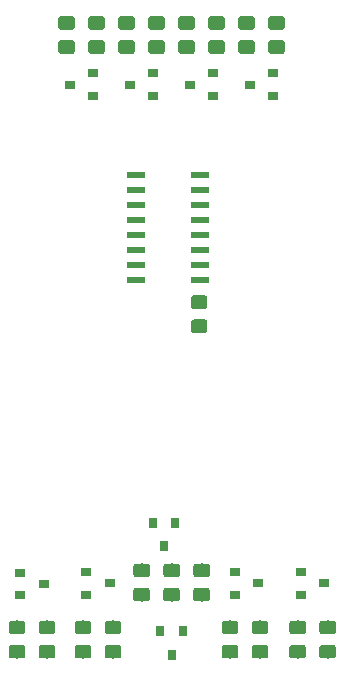
<source format=gbr>
G04 #@! TF.GenerationSoftware,KiCad,Pcbnew,(5.1.0)-1*
G04 #@! TF.CreationDate,2020-01-26T20:33:10+01:00*
G04 #@! TF.ProjectId,Huge7SegDisplay,48756765-3753-4656-9744-6973706c6179,rev?*
G04 #@! TF.SameCoordinates,Original*
G04 #@! TF.FileFunction,Paste,Bot*
G04 #@! TF.FilePolarity,Positive*
%FSLAX46Y46*%
G04 Gerber Fmt 4.6, Leading zero omitted, Abs format (unit mm)*
G04 Created by KiCad (PCBNEW (5.1.0)-1) date 2020-01-26 20:33:10*
%MOMM*%
%LPD*%
G04 APERTURE LIST*
%ADD10C,0.100000*%
%ADD11C,1.150000*%
%ADD12R,1.500000X0.600000*%
%ADD13R,0.900000X0.800000*%
%ADD14R,0.800000X0.900000*%
G04 APERTURE END LIST*
D10*
G36*
X98264505Y-69766204D02*
G01*
X98288773Y-69769804D01*
X98312572Y-69775765D01*
X98335671Y-69784030D01*
X98357850Y-69794520D01*
X98378893Y-69807132D01*
X98398599Y-69821747D01*
X98416777Y-69838223D01*
X98433253Y-69856401D01*
X98447868Y-69876107D01*
X98460480Y-69897150D01*
X98470970Y-69919329D01*
X98479235Y-69942428D01*
X98485196Y-69966227D01*
X98488796Y-69990495D01*
X98490000Y-70014999D01*
X98490000Y-70665001D01*
X98488796Y-70689505D01*
X98485196Y-70713773D01*
X98479235Y-70737572D01*
X98470970Y-70760671D01*
X98460480Y-70782850D01*
X98447868Y-70803893D01*
X98433253Y-70823599D01*
X98416777Y-70841777D01*
X98398599Y-70858253D01*
X98378893Y-70872868D01*
X98357850Y-70885480D01*
X98335671Y-70895970D01*
X98312572Y-70904235D01*
X98288773Y-70910196D01*
X98264505Y-70913796D01*
X98240001Y-70915000D01*
X97339999Y-70915000D01*
X97315495Y-70913796D01*
X97291227Y-70910196D01*
X97267428Y-70904235D01*
X97244329Y-70895970D01*
X97222150Y-70885480D01*
X97201107Y-70872868D01*
X97181401Y-70858253D01*
X97163223Y-70841777D01*
X97146747Y-70823599D01*
X97132132Y-70803893D01*
X97119520Y-70782850D01*
X97109030Y-70760671D01*
X97100765Y-70737572D01*
X97094804Y-70713773D01*
X97091204Y-70689505D01*
X97090000Y-70665001D01*
X97090000Y-70014999D01*
X97091204Y-69990495D01*
X97094804Y-69966227D01*
X97100765Y-69942428D01*
X97109030Y-69919329D01*
X97119520Y-69897150D01*
X97132132Y-69876107D01*
X97146747Y-69856401D01*
X97163223Y-69838223D01*
X97181401Y-69821747D01*
X97201107Y-69807132D01*
X97222150Y-69794520D01*
X97244329Y-69784030D01*
X97267428Y-69775765D01*
X97291227Y-69769804D01*
X97315495Y-69766204D01*
X97339999Y-69765000D01*
X98240001Y-69765000D01*
X98264505Y-69766204D01*
X98264505Y-69766204D01*
G37*
D11*
X97790000Y-70340000D03*
D10*
G36*
X98264505Y-71816204D02*
G01*
X98288773Y-71819804D01*
X98312572Y-71825765D01*
X98335671Y-71834030D01*
X98357850Y-71844520D01*
X98378893Y-71857132D01*
X98398599Y-71871747D01*
X98416777Y-71888223D01*
X98433253Y-71906401D01*
X98447868Y-71926107D01*
X98460480Y-71947150D01*
X98470970Y-71969329D01*
X98479235Y-71992428D01*
X98485196Y-72016227D01*
X98488796Y-72040495D01*
X98490000Y-72064999D01*
X98490000Y-72715001D01*
X98488796Y-72739505D01*
X98485196Y-72763773D01*
X98479235Y-72787572D01*
X98470970Y-72810671D01*
X98460480Y-72832850D01*
X98447868Y-72853893D01*
X98433253Y-72873599D01*
X98416777Y-72891777D01*
X98398599Y-72908253D01*
X98378893Y-72922868D01*
X98357850Y-72935480D01*
X98335671Y-72945970D01*
X98312572Y-72954235D01*
X98288773Y-72960196D01*
X98264505Y-72963796D01*
X98240001Y-72965000D01*
X97339999Y-72965000D01*
X97315495Y-72963796D01*
X97291227Y-72960196D01*
X97267428Y-72954235D01*
X97244329Y-72945970D01*
X97222150Y-72935480D01*
X97201107Y-72922868D01*
X97181401Y-72908253D01*
X97163223Y-72891777D01*
X97146747Y-72873599D01*
X97132132Y-72853893D01*
X97119520Y-72832850D01*
X97109030Y-72810671D01*
X97100765Y-72787572D01*
X97094804Y-72763773D01*
X97091204Y-72739505D01*
X97090000Y-72715001D01*
X97090000Y-72064999D01*
X97091204Y-72040495D01*
X97094804Y-72016227D01*
X97100765Y-71992428D01*
X97109030Y-71969329D01*
X97119520Y-71947150D01*
X97132132Y-71926107D01*
X97146747Y-71906401D01*
X97163223Y-71888223D01*
X97181401Y-71871747D01*
X97201107Y-71857132D01*
X97222150Y-71844520D01*
X97244329Y-71834030D01*
X97267428Y-71825765D01*
X97291227Y-71819804D01*
X97315495Y-71816204D01*
X97339999Y-71815000D01*
X98240001Y-71815000D01*
X98264505Y-71816204D01*
X98264505Y-71816204D01*
G37*
D11*
X97790000Y-72390000D03*
D12*
X103970000Y-92075000D03*
X103970000Y-90805000D03*
X103970000Y-89535000D03*
X103970000Y-88265000D03*
X103970000Y-86995000D03*
X103970000Y-85725000D03*
X103970000Y-84455000D03*
X103970000Y-83185000D03*
X98570000Y-83185000D03*
X98570000Y-84455000D03*
X98570000Y-85725000D03*
X98570000Y-86995000D03*
X98570000Y-88265000D03*
X98570000Y-89535000D03*
X98570000Y-90805000D03*
X98570000Y-92075000D03*
D10*
G36*
X115282505Y-123006204D02*
G01*
X115306773Y-123009804D01*
X115330572Y-123015765D01*
X115353671Y-123024030D01*
X115375850Y-123034520D01*
X115396893Y-123047132D01*
X115416599Y-123061747D01*
X115434777Y-123078223D01*
X115451253Y-123096401D01*
X115465868Y-123116107D01*
X115478480Y-123137150D01*
X115488970Y-123159329D01*
X115497235Y-123182428D01*
X115503196Y-123206227D01*
X115506796Y-123230495D01*
X115508000Y-123254999D01*
X115508000Y-123905001D01*
X115506796Y-123929505D01*
X115503196Y-123953773D01*
X115497235Y-123977572D01*
X115488970Y-124000671D01*
X115478480Y-124022850D01*
X115465868Y-124043893D01*
X115451253Y-124063599D01*
X115434777Y-124081777D01*
X115416599Y-124098253D01*
X115396893Y-124112868D01*
X115375850Y-124125480D01*
X115353671Y-124135970D01*
X115330572Y-124144235D01*
X115306773Y-124150196D01*
X115282505Y-124153796D01*
X115258001Y-124155000D01*
X114357999Y-124155000D01*
X114333495Y-124153796D01*
X114309227Y-124150196D01*
X114285428Y-124144235D01*
X114262329Y-124135970D01*
X114240150Y-124125480D01*
X114219107Y-124112868D01*
X114199401Y-124098253D01*
X114181223Y-124081777D01*
X114164747Y-124063599D01*
X114150132Y-124043893D01*
X114137520Y-124022850D01*
X114127030Y-124000671D01*
X114118765Y-123977572D01*
X114112804Y-123953773D01*
X114109204Y-123929505D01*
X114108000Y-123905001D01*
X114108000Y-123254999D01*
X114109204Y-123230495D01*
X114112804Y-123206227D01*
X114118765Y-123182428D01*
X114127030Y-123159329D01*
X114137520Y-123137150D01*
X114150132Y-123116107D01*
X114164747Y-123096401D01*
X114181223Y-123078223D01*
X114199401Y-123061747D01*
X114219107Y-123047132D01*
X114240150Y-123034520D01*
X114262329Y-123024030D01*
X114285428Y-123015765D01*
X114309227Y-123009804D01*
X114333495Y-123006204D01*
X114357999Y-123005000D01*
X115258001Y-123005000D01*
X115282505Y-123006204D01*
X115282505Y-123006204D01*
G37*
D11*
X114808000Y-123580000D03*
D10*
G36*
X115282505Y-120956204D02*
G01*
X115306773Y-120959804D01*
X115330572Y-120965765D01*
X115353671Y-120974030D01*
X115375850Y-120984520D01*
X115396893Y-120997132D01*
X115416599Y-121011747D01*
X115434777Y-121028223D01*
X115451253Y-121046401D01*
X115465868Y-121066107D01*
X115478480Y-121087150D01*
X115488970Y-121109329D01*
X115497235Y-121132428D01*
X115503196Y-121156227D01*
X115506796Y-121180495D01*
X115508000Y-121204999D01*
X115508000Y-121855001D01*
X115506796Y-121879505D01*
X115503196Y-121903773D01*
X115497235Y-121927572D01*
X115488970Y-121950671D01*
X115478480Y-121972850D01*
X115465868Y-121993893D01*
X115451253Y-122013599D01*
X115434777Y-122031777D01*
X115416599Y-122048253D01*
X115396893Y-122062868D01*
X115375850Y-122075480D01*
X115353671Y-122085970D01*
X115330572Y-122094235D01*
X115306773Y-122100196D01*
X115282505Y-122103796D01*
X115258001Y-122105000D01*
X114357999Y-122105000D01*
X114333495Y-122103796D01*
X114309227Y-122100196D01*
X114285428Y-122094235D01*
X114262329Y-122085970D01*
X114240150Y-122075480D01*
X114219107Y-122062868D01*
X114199401Y-122048253D01*
X114181223Y-122031777D01*
X114164747Y-122013599D01*
X114150132Y-121993893D01*
X114137520Y-121972850D01*
X114127030Y-121950671D01*
X114118765Y-121927572D01*
X114112804Y-121903773D01*
X114109204Y-121879505D01*
X114108000Y-121855001D01*
X114108000Y-121204999D01*
X114109204Y-121180495D01*
X114112804Y-121156227D01*
X114118765Y-121132428D01*
X114127030Y-121109329D01*
X114137520Y-121087150D01*
X114150132Y-121066107D01*
X114164747Y-121046401D01*
X114181223Y-121028223D01*
X114199401Y-121011747D01*
X114219107Y-120997132D01*
X114240150Y-120984520D01*
X114262329Y-120974030D01*
X114285428Y-120965765D01*
X114309227Y-120959804D01*
X114333495Y-120956204D01*
X114357999Y-120955000D01*
X115258001Y-120955000D01*
X115282505Y-120956204D01*
X115282505Y-120956204D01*
G37*
D11*
X114808000Y-121530000D03*
D10*
G36*
X93184505Y-69766204D02*
G01*
X93208773Y-69769804D01*
X93232572Y-69775765D01*
X93255671Y-69784030D01*
X93277850Y-69794520D01*
X93298893Y-69807132D01*
X93318599Y-69821747D01*
X93336777Y-69838223D01*
X93353253Y-69856401D01*
X93367868Y-69876107D01*
X93380480Y-69897150D01*
X93390970Y-69919329D01*
X93399235Y-69942428D01*
X93405196Y-69966227D01*
X93408796Y-69990495D01*
X93410000Y-70014999D01*
X93410000Y-70665001D01*
X93408796Y-70689505D01*
X93405196Y-70713773D01*
X93399235Y-70737572D01*
X93390970Y-70760671D01*
X93380480Y-70782850D01*
X93367868Y-70803893D01*
X93353253Y-70823599D01*
X93336777Y-70841777D01*
X93318599Y-70858253D01*
X93298893Y-70872868D01*
X93277850Y-70885480D01*
X93255671Y-70895970D01*
X93232572Y-70904235D01*
X93208773Y-70910196D01*
X93184505Y-70913796D01*
X93160001Y-70915000D01*
X92259999Y-70915000D01*
X92235495Y-70913796D01*
X92211227Y-70910196D01*
X92187428Y-70904235D01*
X92164329Y-70895970D01*
X92142150Y-70885480D01*
X92121107Y-70872868D01*
X92101401Y-70858253D01*
X92083223Y-70841777D01*
X92066747Y-70823599D01*
X92052132Y-70803893D01*
X92039520Y-70782850D01*
X92029030Y-70760671D01*
X92020765Y-70737572D01*
X92014804Y-70713773D01*
X92011204Y-70689505D01*
X92010000Y-70665001D01*
X92010000Y-70014999D01*
X92011204Y-69990495D01*
X92014804Y-69966227D01*
X92020765Y-69942428D01*
X92029030Y-69919329D01*
X92039520Y-69897150D01*
X92052132Y-69876107D01*
X92066747Y-69856401D01*
X92083223Y-69838223D01*
X92101401Y-69821747D01*
X92121107Y-69807132D01*
X92142150Y-69794520D01*
X92164329Y-69784030D01*
X92187428Y-69775765D01*
X92211227Y-69769804D01*
X92235495Y-69766204D01*
X92259999Y-69765000D01*
X93160001Y-69765000D01*
X93184505Y-69766204D01*
X93184505Y-69766204D01*
G37*
D11*
X92710000Y-70340000D03*
D10*
G36*
X93184505Y-71816204D02*
G01*
X93208773Y-71819804D01*
X93232572Y-71825765D01*
X93255671Y-71834030D01*
X93277850Y-71844520D01*
X93298893Y-71857132D01*
X93318599Y-71871747D01*
X93336777Y-71888223D01*
X93353253Y-71906401D01*
X93367868Y-71926107D01*
X93380480Y-71947150D01*
X93390970Y-71969329D01*
X93399235Y-71992428D01*
X93405196Y-72016227D01*
X93408796Y-72040495D01*
X93410000Y-72064999D01*
X93410000Y-72715001D01*
X93408796Y-72739505D01*
X93405196Y-72763773D01*
X93399235Y-72787572D01*
X93390970Y-72810671D01*
X93380480Y-72832850D01*
X93367868Y-72853893D01*
X93353253Y-72873599D01*
X93336777Y-72891777D01*
X93318599Y-72908253D01*
X93298893Y-72922868D01*
X93277850Y-72935480D01*
X93255671Y-72945970D01*
X93232572Y-72954235D01*
X93208773Y-72960196D01*
X93184505Y-72963796D01*
X93160001Y-72965000D01*
X92259999Y-72965000D01*
X92235495Y-72963796D01*
X92211227Y-72960196D01*
X92187428Y-72954235D01*
X92164329Y-72945970D01*
X92142150Y-72935480D01*
X92121107Y-72922868D01*
X92101401Y-72908253D01*
X92083223Y-72891777D01*
X92066747Y-72873599D01*
X92052132Y-72853893D01*
X92039520Y-72832850D01*
X92029030Y-72810671D01*
X92020765Y-72787572D01*
X92014804Y-72763773D01*
X92011204Y-72739505D01*
X92010000Y-72715001D01*
X92010000Y-72064999D01*
X92011204Y-72040495D01*
X92014804Y-72016227D01*
X92020765Y-71992428D01*
X92029030Y-71969329D01*
X92039520Y-71947150D01*
X92052132Y-71926107D01*
X92066747Y-71906401D01*
X92083223Y-71888223D01*
X92101401Y-71871747D01*
X92121107Y-71857132D01*
X92142150Y-71844520D01*
X92164329Y-71834030D01*
X92187428Y-71825765D01*
X92211227Y-71819804D01*
X92235495Y-71816204D01*
X92259999Y-71815000D01*
X93160001Y-71815000D01*
X93184505Y-71816204D01*
X93184505Y-71816204D01*
G37*
D11*
X92710000Y-72390000D03*
D10*
G36*
X91533505Y-123006204D02*
G01*
X91557773Y-123009804D01*
X91581572Y-123015765D01*
X91604671Y-123024030D01*
X91626850Y-123034520D01*
X91647893Y-123047132D01*
X91667599Y-123061747D01*
X91685777Y-123078223D01*
X91702253Y-123096401D01*
X91716868Y-123116107D01*
X91729480Y-123137150D01*
X91739970Y-123159329D01*
X91748235Y-123182428D01*
X91754196Y-123206227D01*
X91757796Y-123230495D01*
X91759000Y-123254999D01*
X91759000Y-123905001D01*
X91757796Y-123929505D01*
X91754196Y-123953773D01*
X91748235Y-123977572D01*
X91739970Y-124000671D01*
X91729480Y-124022850D01*
X91716868Y-124043893D01*
X91702253Y-124063599D01*
X91685777Y-124081777D01*
X91667599Y-124098253D01*
X91647893Y-124112868D01*
X91626850Y-124125480D01*
X91604671Y-124135970D01*
X91581572Y-124144235D01*
X91557773Y-124150196D01*
X91533505Y-124153796D01*
X91509001Y-124155000D01*
X90608999Y-124155000D01*
X90584495Y-124153796D01*
X90560227Y-124150196D01*
X90536428Y-124144235D01*
X90513329Y-124135970D01*
X90491150Y-124125480D01*
X90470107Y-124112868D01*
X90450401Y-124098253D01*
X90432223Y-124081777D01*
X90415747Y-124063599D01*
X90401132Y-124043893D01*
X90388520Y-124022850D01*
X90378030Y-124000671D01*
X90369765Y-123977572D01*
X90363804Y-123953773D01*
X90360204Y-123929505D01*
X90359000Y-123905001D01*
X90359000Y-123254999D01*
X90360204Y-123230495D01*
X90363804Y-123206227D01*
X90369765Y-123182428D01*
X90378030Y-123159329D01*
X90388520Y-123137150D01*
X90401132Y-123116107D01*
X90415747Y-123096401D01*
X90432223Y-123078223D01*
X90450401Y-123061747D01*
X90470107Y-123047132D01*
X90491150Y-123034520D01*
X90513329Y-123024030D01*
X90536428Y-123015765D01*
X90560227Y-123009804D01*
X90584495Y-123006204D01*
X90608999Y-123005000D01*
X91509001Y-123005000D01*
X91533505Y-123006204D01*
X91533505Y-123006204D01*
G37*
D11*
X91059000Y-123580000D03*
D10*
G36*
X91533505Y-120956204D02*
G01*
X91557773Y-120959804D01*
X91581572Y-120965765D01*
X91604671Y-120974030D01*
X91626850Y-120984520D01*
X91647893Y-120997132D01*
X91667599Y-121011747D01*
X91685777Y-121028223D01*
X91702253Y-121046401D01*
X91716868Y-121066107D01*
X91729480Y-121087150D01*
X91739970Y-121109329D01*
X91748235Y-121132428D01*
X91754196Y-121156227D01*
X91757796Y-121180495D01*
X91759000Y-121204999D01*
X91759000Y-121855001D01*
X91757796Y-121879505D01*
X91754196Y-121903773D01*
X91748235Y-121927572D01*
X91739970Y-121950671D01*
X91729480Y-121972850D01*
X91716868Y-121993893D01*
X91702253Y-122013599D01*
X91685777Y-122031777D01*
X91667599Y-122048253D01*
X91647893Y-122062868D01*
X91626850Y-122075480D01*
X91604671Y-122085970D01*
X91581572Y-122094235D01*
X91557773Y-122100196D01*
X91533505Y-122103796D01*
X91509001Y-122105000D01*
X90608999Y-122105000D01*
X90584495Y-122103796D01*
X90560227Y-122100196D01*
X90536428Y-122094235D01*
X90513329Y-122085970D01*
X90491150Y-122075480D01*
X90470107Y-122062868D01*
X90450401Y-122048253D01*
X90432223Y-122031777D01*
X90415747Y-122013599D01*
X90401132Y-121993893D01*
X90388520Y-121972850D01*
X90378030Y-121950671D01*
X90369765Y-121927572D01*
X90363804Y-121903773D01*
X90360204Y-121879505D01*
X90359000Y-121855001D01*
X90359000Y-121204999D01*
X90360204Y-121180495D01*
X90363804Y-121156227D01*
X90369765Y-121132428D01*
X90378030Y-121109329D01*
X90388520Y-121087150D01*
X90401132Y-121066107D01*
X90415747Y-121046401D01*
X90432223Y-121028223D01*
X90450401Y-121011747D01*
X90470107Y-120997132D01*
X90491150Y-120984520D01*
X90513329Y-120974030D01*
X90536428Y-120965765D01*
X90560227Y-120959804D01*
X90584495Y-120956204D01*
X90608999Y-120955000D01*
X91509001Y-120955000D01*
X91533505Y-120956204D01*
X91533505Y-120956204D01*
G37*
D11*
X91059000Y-121530000D03*
D10*
G36*
X97121505Y-123006204D02*
G01*
X97145773Y-123009804D01*
X97169572Y-123015765D01*
X97192671Y-123024030D01*
X97214850Y-123034520D01*
X97235893Y-123047132D01*
X97255599Y-123061747D01*
X97273777Y-123078223D01*
X97290253Y-123096401D01*
X97304868Y-123116107D01*
X97317480Y-123137150D01*
X97327970Y-123159329D01*
X97336235Y-123182428D01*
X97342196Y-123206227D01*
X97345796Y-123230495D01*
X97347000Y-123254999D01*
X97347000Y-123905001D01*
X97345796Y-123929505D01*
X97342196Y-123953773D01*
X97336235Y-123977572D01*
X97327970Y-124000671D01*
X97317480Y-124022850D01*
X97304868Y-124043893D01*
X97290253Y-124063599D01*
X97273777Y-124081777D01*
X97255599Y-124098253D01*
X97235893Y-124112868D01*
X97214850Y-124125480D01*
X97192671Y-124135970D01*
X97169572Y-124144235D01*
X97145773Y-124150196D01*
X97121505Y-124153796D01*
X97097001Y-124155000D01*
X96196999Y-124155000D01*
X96172495Y-124153796D01*
X96148227Y-124150196D01*
X96124428Y-124144235D01*
X96101329Y-124135970D01*
X96079150Y-124125480D01*
X96058107Y-124112868D01*
X96038401Y-124098253D01*
X96020223Y-124081777D01*
X96003747Y-124063599D01*
X95989132Y-124043893D01*
X95976520Y-124022850D01*
X95966030Y-124000671D01*
X95957765Y-123977572D01*
X95951804Y-123953773D01*
X95948204Y-123929505D01*
X95947000Y-123905001D01*
X95947000Y-123254999D01*
X95948204Y-123230495D01*
X95951804Y-123206227D01*
X95957765Y-123182428D01*
X95966030Y-123159329D01*
X95976520Y-123137150D01*
X95989132Y-123116107D01*
X96003747Y-123096401D01*
X96020223Y-123078223D01*
X96038401Y-123061747D01*
X96058107Y-123047132D01*
X96079150Y-123034520D01*
X96101329Y-123024030D01*
X96124428Y-123015765D01*
X96148227Y-123009804D01*
X96172495Y-123006204D01*
X96196999Y-123005000D01*
X97097001Y-123005000D01*
X97121505Y-123006204D01*
X97121505Y-123006204D01*
G37*
D11*
X96647000Y-123580000D03*
D10*
G36*
X97121505Y-120956204D02*
G01*
X97145773Y-120959804D01*
X97169572Y-120965765D01*
X97192671Y-120974030D01*
X97214850Y-120984520D01*
X97235893Y-120997132D01*
X97255599Y-121011747D01*
X97273777Y-121028223D01*
X97290253Y-121046401D01*
X97304868Y-121066107D01*
X97317480Y-121087150D01*
X97327970Y-121109329D01*
X97336235Y-121132428D01*
X97342196Y-121156227D01*
X97345796Y-121180495D01*
X97347000Y-121204999D01*
X97347000Y-121855001D01*
X97345796Y-121879505D01*
X97342196Y-121903773D01*
X97336235Y-121927572D01*
X97327970Y-121950671D01*
X97317480Y-121972850D01*
X97304868Y-121993893D01*
X97290253Y-122013599D01*
X97273777Y-122031777D01*
X97255599Y-122048253D01*
X97235893Y-122062868D01*
X97214850Y-122075480D01*
X97192671Y-122085970D01*
X97169572Y-122094235D01*
X97145773Y-122100196D01*
X97121505Y-122103796D01*
X97097001Y-122105000D01*
X96196999Y-122105000D01*
X96172495Y-122103796D01*
X96148227Y-122100196D01*
X96124428Y-122094235D01*
X96101329Y-122085970D01*
X96079150Y-122075480D01*
X96058107Y-122062868D01*
X96038401Y-122048253D01*
X96020223Y-122031777D01*
X96003747Y-122013599D01*
X95989132Y-121993893D01*
X95976520Y-121972850D01*
X95966030Y-121950671D01*
X95957765Y-121927572D01*
X95951804Y-121903773D01*
X95948204Y-121879505D01*
X95947000Y-121855001D01*
X95947000Y-121204999D01*
X95948204Y-121180495D01*
X95951804Y-121156227D01*
X95957765Y-121132428D01*
X95966030Y-121109329D01*
X95976520Y-121087150D01*
X95989132Y-121066107D01*
X96003747Y-121046401D01*
X96020223Y-121028223D01*
X96038401Y-121011747D01*
X96058107Y-120997132D01*
X96079150Y-120984520D01*
X96101329Y-120974030D01*
X96124428Y-120965765D01*
X96148227Y-120959804D01*
X96172495Y-120956204D01*
X96196999Y-120955000D01*
X97097001Y-120955000D01*
X97121505Y-120956204D01*
X97121505Y-120956204D01*
G37*
D11*
X96647000Y-121530000D03*
D10*
G36*
X109567505Y-123006204D02*
G01*
X109591773Y-123009804D01*
X109615572Y-123015765D01*
X109638671Y-123024030D01*
X109660850Y-123034520D01*
X109681893Y-123047132D01*
X109701599Y-123061747D01*
X109719777Y-123078223D01*
X109736253Y-123096401D01*
X109750868Y-123116107D01*
X109763480Y-123137150D01*
X109773970Y-123159329D01*
X109782235Y-123182428D01*
X109788196Y-123206227D01*
X109791796Y-123230495D01*
X109793000Y-123254999D01*
X109793000Y-123905001D01*
X109791796Y-123929505D01*
X109788196Y-123953773D01*
X109782235Y-123977572D01*
X109773970Y-124000671D01*
X109763480Y-124022850D01*
X109750868Y-124043893D01*
X109736253Y-124063599D01*
X109719777Y-124081777D01*
X109701599Y-124098253D01*
X109681893Y-124112868D01*
X109660850Y-124125480D01*
X109638671Y-124135970D01*
X109615572Y-124144235D01*
X109591773Y-124150196D01*
X109567505Y-124153796D01*
X109543001Y-124155000D01*
X108642999Y-124155000D01*
X108618495Y-124153796D01*
X108594227Y-124150196D01*
X108570428Y-124144235D01*
X108547329Y-124135970D01*
X108525150Y-124125480D01*
X108504107Y-124112868D01*
X108484401Y-124098253D01*
X108466223Y-124081777D01*
X108449747Y-124063599D01*
X108435132Y-124043893D01*
X108422520Y-124022850D01*
X108412030Y-124000671D01*
X108403765Y-123977572D01*
X108397804Y-123953773D01*
X108394204Y-123929505D01*
X108393000Y-123905001D01*
X108393000Y-123254999D01*
X108394204Y-123230495D01*
X108397804Y-123206227D01*
X108403765Y-123182428D01*
X108412030Y-123159329D01*
X108422520Y-123137150D01*
X108435132Y-123116107D01*
X108449747Y-123096401D01*
X108466223Y-123078223D01*
X108484401Y-123061747D01*
X108504107Y-123047132D01*
X108525150Y-123034520D01*
X108547329Y-123024030D01*
X108570428Y-123015765D01*
X108594227Y-123009804D01*
X108618495Y-123006204D01*
X108642999Y-123005000D01*
X109543001Y-123005000D01*
X109567505Y-123006204D01*
X109567505Y-123006204D01*
G37*
D11*
X109093000Y-123580000D03*
D10*
G36*
X109567505Y-120956204D02*
G01*
X109591773Y-120959804D01*
X109615572Y-120965765D01*
X109638671Y-120974030D01*
X109660850Y-120984520D01*
X109681893Y-120997132D01*
X109701599Y-121011747D01*
X109719777Y-121028223D01*
X109736253Y-121046401D01*
X109750868Y-121066107D01*
X109763480Y-121087150D01*
X109773970Y-121109329D01*
X109782235Y-121132428D01*
X109788196Y-121156227D01*
X109791796Y-121180495D01*
X109793000Y-121204999D01*
X109793000Y-121855001D01*
X109791796Y-121879505D01*
X109788196Y-121903773D01*
X109782235Y-121927572D01*
X109773970Y-121950671D01*
X109763480Y-121972850D01*
X109750868Y-121993893D01*
X109736253Y-122013599D01*
X109719777Y-122031777D01*
X109701599Y-122048253D01*
X109681893Y-122062868D01*
X109660850Y-122075480D01*
X109638671Y-122085970D01*
X109615572Y-122094235D01*
X109591773Y-122100196D01*
X109567505Y-122103796D01*
X109543001Y-122105000D01*
X108642999Y-122105000D01*
X108618495Y-122103796D01*
X108594227Y-122100196D01*
X108570428Y-122094235D01*
X108547329Y-122085970D01*
X108525150Y-122075480D01*
X108504107Y-122062868D01*
X108484401Y-122048253D01*
X108466223Y-122031777D01*
X108449747Y-122013599D01*
X108435132Y-121993893D01*
X108422520Y-121972850D01*
X108412030Y-121950671D01*
X108403765Y-121927572D01*
X108397804Y-121903773D01*
X108394204Y-121879505D01*
X108393000Y-121855001D01*
X108393000Y-121204999D01*
X108394204Y-121180495D01*
X108397804Y-121156227D01*
X108403765Y-121132428D01*
X108412030Y-121109329D01*
X108422520Y-121087150D01*
X108435132Y-121066107D01*
X108449747Y-121046401D01*
X108466223Y-121028223D01*
X108484401Y-121011747D01*
X108504107Y-120997132D01*
X108525150Y-120984520D01*
X108547329Y-120974030D01*
X108570428Y-120965765D01*
X108594227Y-120959804D01*
X108618495Y-120956204D01*
X108642999Y-120955000D01*
X109543001Y-120955000D01*
X109567505Y-120956204D01*
X109567505Y-120956204D01*
G37*
D11*
X109093000Y-121530000D03*
D10*
G36*
X108424505Y-69766204D02*
G01*
X108448773Y-69769804D01*
X108472572Y-69775765D01*
X108495671Y-69784030D01*
X108517850Y-69794520D01*
X108538893Y-69807132D01*
X108558599Y-69821747D01*
X108576777Y-69838223D01*
X108593253Y-69856401D01*
X108607868Y-69876107D01*
X108620480Y-69897150D01*
X108630970Y-69919329D01*
X108639235Y-69942428D01*
X108645196Y-69966227D01*
X108648796Y-69990495D01*
X108650000Y-70014999D01*
X108650000Y-70665001D01*
X108648796Y-70689505D01*
X108645196Y-70713773D01*
X108639235Y-70737572D01*
X108630970Y-70760671D01*
X108620480Y-70782850D01*
X108607868Y-70803893D01*
X108593253Y-70823599D01*
X108576777Y-70841777D01*
X108558599Y-70858253D01*
X108538893Y-70872868D01*
X108517850Y-70885480D01*
X108495671Y-70895970D01*
X108472572Y-70904235D01*
X108448773Y-70910196D01*
X108424505Y-70913796D01*
X108400001Y-70915000D01*
X107499999Y-70915000D01*
X107475495Y-70913796D01*
X107451227Y-70910196D01*
X107427428Y-70904235D01*
X107404329Y-70895970D01*
X107382150Y-70885480D01*
X107361107Y-70872868D01*
X107341401Y-70858253D01*
X107323223Y-70841777D01*
X107306747Y-70823599D01*
X107292132Y-70803893D01*
X107279520Y-70782850D01*
X107269030Y-70760671D01*
X107260765Y-70737572D01*
X107254804Y-70713773D01*
X107251204Y-70689505D01*
X107250000Y-70665001D01*
X107250000Y-70014999D01*
X107251204Y-69990495D01*
X107254804Y-69966227D01*
X107260765Y-69942428D01*
X107269030Y-69919329D01*
X107279520Y-69897150D01*
X107292132Y-69876107D01*
X107306747Y-69856401D01*
X107323223Y-69838223D01*
X107341401Y-69821747D01*
X107361107Y-69807132D01*
X107382150Y-69794520D01*
X107404329Y-69784030D01*
X107427428Y-69775765D01*
X107451227Y-69769804D01*
X107475495Y-69766204D01*
X107499999Y-69765000D01*
X108400001Y-69765000D01*
X108424505Y-69766204D01*
X108424505Y-69766204D01*
G37*
D11*
X107950000Y-70340000D03*
D10*
G36*
X108424505Y-71816204D02*
G01*
X108448773Y-71819804D01*
X108472572Y-71825765D01*
X108495671Y-71834030D01*
X108517850Y-71844520D01*
X108538893Y-71857132D01*
X108558599Y-71871747D01*
X108576777Y-71888223D01*
X108593253Y-71906401D01*
X108607868Y-71926107D01*
X108620480Y-71947150D01*
X108630970Y-71969329D01*
X108639235Y-71992428D01*
X108645196Y-72016227D01*
X108648796Y-72040495D01*
X108650000Y-72064999D01*
X108650000Y-72715001D01*
X108648796Y-72739505D01*
X108645196Y-72763773D01*
X108639235Y-72787572D01*
X108630970Y-72810671D01*
X108620480Y-72832850D01*
X108607868Y-72853893D01*
X108593253Y-72873599D01*
X108576777Y-72891777D01*
X108558599Y-72908253D01*
X108538893Y-72922868D01*
X108517850Y-72935480D01*
X108495671Y-72945970D01*
X108472572Y-72954235D01*
X108448773Y-72960196D01*
X108424505Y-72963796D01*
X108400001Y-72965000D01*
X107499999Y-72965000D01*
X107475495Y-72963796D01*
X107451227Y-72960196D01*
X107427428Y-72954235D01*
X107404329Y-72945970D01*
X107382150Y-72935480D01*
X107361107Y-72922868D01*
X107341401Y-72908253D01*
X107323223Y-72891777D01*
X107306747Y-72873599D01*
X107292132Y-72853893D01*
X107279520Y-72832850D01*
X107269030Y-72810671D01*
X107260765Y-72787572D01*
X107254804Y-72763773D01*
X107251204Y-72739505D01*
X107250000Y-72715001D01*
X107250000Y-72064999D01*
X107251204Y-72040495D01*
X107254804Y-72016227D01*
X107260765Y-71992428D01*
X107269030Y-71969329D01*
X107279520Y-71947150D01*
X107292132Y-71926107D01*
X107306747Y-71906401D01*
X107323223Y-71888223D01*
X107341401Y-71871747D01*
X107361107Y-71857132D01*
X107382150Y-71844520D01*
X107404329Y-71834030D01*
X107427428Y-71825765D01*
X107451227Y-71819804D01*
X107475495Y-71816204D01*
X107499999Y-71815000D01*
X108400001Y-71815000D01*
X108424505Y-71816204D01*
X108424505Y-71816204D01*
G37*
D11*
X107950000Y-72390000D03*
D10*
G36*
X103344505Y-69766204D02*
G01*
X103368773Y-69769804D01*
X103392572Y-69775765D01*
X103415671Y-69784030D01*
X103437850Y-69794520D01*
X103458893Y-69807132D01*
X103478599Y-69821747D01*
X103496777Y-69838223D01*
X103513253Y-69856401D01*
X103527868Y-69876107D01*
X103540480Y-69897150D01*
X103550970Y-69919329D01*
X103559235Y-69942428D01*
X103565196Y-69966227D01*
X103568796Y-69990495D01*
X103570000Y-70014999D01*
X103570000Y-70665001D01*
X103568796Y-70689505D01*
X103565196Y-70713773D01*
X103559235Y-70737572D01*
X103550970Y-70760671D01*
X103540480Y-70782850D01*
X103527868Y-70803893D01*
X103513253Y-70823599D01*
X103496777Y-70841777D01*
X103478599Y-70858253D01*
X103458893Y-70872868D01*
X103437850Y-70885480D01*
X103415671Y-70895970D01*
X103392572Y-70904235D01*
X103368773Y-70910196D01*
X103344505Y-70913796D01*
X103320001Y-70915000D01*
X102419999Y-70915000D01*
X102395495Y-70913796D01*
X102371227Y-70910196D01*
X102347428Y-70904235D01*
X102324329Y-70895970D01*
X102302150Y-70885480D01*
X102281107Y-70872868D01*
X102261401Y-70858253D01*
X102243223Y-70841777D01*
X102226747Y-70823599D01*
X102212132Y-70803893D01*
X102199520Y-70782850D01*
X102189030Y-70760671D01*
X102180765Y-70737572D01*
X102174804Y-70713773D01*
X102171204Y-70689505D01*
X102170000Y-70665001D01*
X102170000Y-70014999D01*
X102171204Y-69990495D01*
X102174804Y-69966227D01*
X102180765Y-69942428D01*
X102189030Y-69919329D01*
X102199520Y-69897150D01*
X102212132Y-69876107D01*
X102226747Y-69856401D01*
X102243223Y-69838223D01*
X102261401Y-69821747D01*
X102281107Y-69807132D01*
X102302150Y-69794520D01*
X102324329Y-69784030D01*
X102347428Y-69775765D01*
X102371227Y-69769804D01*
X102395495Y-69766204D01*
X102419999Y-69765000D01*
X103320001Y-69765000D01*
X103344505Y-69766204D01*
X103344505Y-69766204D01*
G37*
D11*
X102870000Y-70340000D03*
D10*
G36*
X103344505Y-71816204D02*
G01*
X103368773Y-71819804D01*
X103392572Y-71825765D01*
X103415671Y-71834030D01*
X103437850Y-71844520D01*
X103458893Y-71857132D01*
X103478599Y-71871747D01*
X103496777Y-71888223D01*
X103513253Y-71906401D01*
X103527868Y-71926107D01*
X103540480Y-71947150D01*
X103550970Y-71969329D01*
X103559235Y-71992428D01*
X103565196Y-72016227D01*
X103568796Y-72040495D01*
X103570000Y-72064999D01*
X103570000Y-72715001D01*
X103568796Y-72739505D01*
X103565196Y-72763773D01*
X103559235Y-72787572D01*
X103550970Y-72810671D01*
X103540480Y-72832850D01*
X103527868Y-72853893D01*
X103513253Y-72873599D01*
X103496777Y-72891777D01*
X103478599Y-72908253D01*
X103458893Y-72922868D01*
X103437850Y-72935480D01*
X103415671Y-72945970D01*
X103392572Y-72954235D01*
X103368773Y-72960196D01*
X103344505Y-72963796D01*
X103320001Y-72965000D01*
X102419999Y-72965000D01*
X102395495Y-72963796D01*
X102371227Y-72960196D01*
X102347428Y-72954235D01*
X102324329Y-72945970D01*
X102302150Y-72935480D01*
X102281107Y-72922868D01*
X102261401Y-72908253D01*
X102243223Y-72891777D01*
X102226747Y-72873599D01*
X102212132Y-72853893D01*
X102199520Y-72832850D01*
X102189030Y-72810671D01*
X102180765Y-72787572D01*
X102174804Y-72763773D01*
X102171204Y-72739505D01*
X102170000Y-72715001D01*
X102170000Y-72064999D01*
X102171204Y-72040495D01*
X102174804Y-72016227D01*
X102180765Y-71992428D01*
X102189030Y-71969329D01*
X102199520Y-71947150D01*
X102212132Y-71926107D01*
X102226747Y-71906401D01*
X102243223Y-71888223D01*
X102261401Y-71871747D01*
X102281107Y-71857132D01*
X102302150Y-71844520D01*
X102324329Y-71834030D01*
X102347428Y-71825765D01*
X102371227Y-71819804D01*
X102395495Y-71816204D01*
X102419999Y-71815000D01*
X103320001Y-71815000D01*
X103344505Y-71816204D01*
X103344505Y-71816204D01*
G37*
D11*
X102870000Y-72390000D03*
D10*
G36*
X102074505Y-116121204D02*
G01*
X102098773Y-116124804D01*
X102122572Y-116130765D01*
X102145671Y-116139030D01*
X102167850Y-116149520D01*
X102188893Y-116162132D01*
X102208599Y-116176747D01*
X102226777Y-116193223D01*
X102243253Y-116211401D01*
X102257868Y-116231107D01*
X102270480Y-116252150D01*
X102280970Y-116274329D01*
X102289235Y-116297428D01*
X102295196Y-116321227D01*
X102298796Y-116345495D01*
X102300000Y-116369999D01*
X102300000Y-117020001D01*
X102298796Y-117044505D01*
X102295196Y-117068773D01*
X102289235Y-117092572D01*
X102280970Y-117115671D01*
X102270480Y-117137850D01*
X102257868Y-117158893D01*
X102243253Y-117178599D01*
X102226777Y-117196777D01*
X102208599Y-117213253D01*
X102188893Y-117227868D01*
X102167850Y-117240480D01*
X102145671Y-117250970D01*
X102122572Y-117259235D01*
X102098773Y-117265196D01*
X102074505Y-117268796D01*
X102050001Y-117270000D01*
X101149999Y-117270000D01*
X101125495Y-117268796D01*
X101101227Y-117265196D01*
X101077428Y-117259235D01*
X101054329Y-117250970D01*
X101032150Y-117240480D01*
X101011107Y-117227868D01*
X100991401Y-117213253D01*
X100973223Y-117196777D01*
X100956747Y-117178599D01*
X100942132Y-117158893D01*
X100929520Y-117137850D01*
X100919030Y-117115671D01*
X100910765Y-117092572D01*
X100904804Y-117068773D01*
X100901204Y-117044505D01*
X100900000Y-117020001D01*
X100900000Y-116369999D01*
X100901204Y-116345495D01*
X100904804Y-116321227D01*
X100910765Y-116297428D01*
X100919030Y-116274329D01*
X100929520Y-116252150D01*
X100942132Y-116231107D01*
X100956747Y-116211401D01*
X100973223Y-116193223D01*
X100991401Y-116176747D01*
X101011107Y-116162132D01*
X101032150Y-116149520D01*
X101054329Y-116139030D01*
X101077428Y-116130765D01*
X101101227Y-116124804D01*
X101125495Y-116121204D01*
X101149999Y-116120000D01*
X102050001Y-116120000D01*
X102074505Y-116121204D01*
X102074505Y-116121204D01*
G37*
D11*
X101600000Y-116695000D03*
D10*
G36*
X102074505Y-118171204D02*
G01*
X102098773Y-118174804D01*
X102122572Y-118180765D01*
X102145671Y-118189030D01*
X102167850Y-118199520D01*
X102188893Y-118212132D01*
X102208599Y-118226747D01*
X102226777Y-118243223D01*
X102243253Y-118261401D01*
X102257868Y-118281107D01*
X102270480Y-118302150D01*
X102280970Y-118324329D01*
X102289235Y-118347428D01*
X102295196Y-118371227D01*
X102298796Y-118395495D01*
X102300000Y-118419999D01*
X102300000Y-119070001D01*
X102298796Y-119094505D01*
X102295196Y-119118773D01*
X102289235Y-119142572D01*
X102280970Y-119165671D01*
X102270480Y-119187850D01*
X102257868Y-119208893D01*
X102243253Y-119228599D01*
X102226777Y-119246777D01*
X102208599Y-119263253D01*
X102188893Y-119277868D01*
X102167850Y-119290480D01*
X102145671Y-119300970D01*
X102122572Y-119309235D01*
X102098773Y-119315196D01*
X102074505Y-119318796D01*
X102050001Y-119320000D01*
X101149999Y-119320000D01*
X101125495Y-119318796D01*
X101101227Y-119315196D01*
X101077428Y-119309235D01*
X101054329Y-119300970D01*
X101032150Y-119290480D01*
X101011107Y-119277868D01*
X100991401Y-119263253D01*
X100973223Y-119246777D01*
X100956747Y-119228599D01*
X100942132Y-119208893D01*
X100929520Y-119187850D01*
X100919030Y-119165671D01*
X100910765Y-119142572D01*
X100904804Y-119118773D01*
X100901204Y-119094505D01*
X100900000Y-119070001D01*
X100900000Y-118419999D01*
X100901204Y-118395495D01*
X100904804Y-118371227D01*
X100910765Y-118347428D01*
X100919030Y-118324329D01*
X100929520Y-118302150D01*
X100942132Y-118281107D01*
X100956747Y-118261401D01*
X100973223Y-118243223D01*
X100991401Y-118226747D01*
X101011107Y-118212132D01*
X101032150Y-118199520D01*
X101054329Y-118189030D01*
X101077428Y-118180765D01*
X101101227Y-118174804D01*
X101125495Y-118171204D01*
X101149999Y-118170000D01*
X102050001Y-118170000D01*
X102074505Y-118171204D01*
X102074505Y-118171204D01*
G37*
D11*
X101600000Y-118745000D03*
D10*
G36*
X104614505Y-116121204D02*
G01*
X104638773Y-116124804D01*
X104662572Y-116130765D01*
X104685671Y-116139030D01*
X104707850Y-116149520D01*
X104728893Y-116162132D01*
X104748599Y-116176747D01*
X104766777Y-116193223D01*
X104783253Y-116211401D01*
X104797868Y-116231107D01*
X104810480Y-116252150D01*
X104820970Y-116274329D01*
X104829235Y-116297428D01*
X104835196Y-116321227D01*
X104838796Y-116345495D01*
X104840000Y-116369999D01*
X104840000Y-117020001D01*
X104838796Y-117044505D01*
X104835196Y-117068773D01*
X104829235Y-117092572D01*
X104820970Y-117115671D01*
X104810480Y-117137850D01*
X104797868Y-117158893D01*
X104783253Y-117178599D01*
X104766777Y-117196777D01*
X104748599Y-117213253D01*
X104728893Y-117227868D01*
X104707850Y-117240480D01*
X104685671Y-117250970D01*
X104662572Y-117259235D01*
X104638773Y-117265196D01*
X104614505Y-117268796D01*
X104590001Y-117270000D01*
X103689999Y-117270000D01*
X103665495Y-117268796D01*
X103641227Y-117265196D01*
X103617428Y-117259235D01*
X103594329Y-117250970D01*
X103572150Y-117240480D01*
X103551107Y-117227868D01*
X103531401Y-117213253D01*
X103513223Y-117196777D01*
X103496747Y-117178599D01*
X103482132Y-117158893D01*
X103469520Y-117137850D01*
X103459030Y-117115671D01*
X103450765Y-117092572D01*
X103444804Y-117068773D01*
X103441204Y-117044505D01*
X103440000Y-117020001D01*
X103440000Y-116369999D01*
X103441204Y-116345495D01*
X103444804Y-116321227D01*
X103450765Y-116297428D01*
X103459030Y-116274329D01*
X103469520Y-116252150D01*
X103482132Y-116231107D01*
X103496747Y-116211401D01*
X103513223Y-116193223D01*
X103531401Y-116176747D01*
X103551107Y-116162132D01*
X103572150Y-116149520D01*
X103594329Y-116139030D01*
X103617428Y-116130765D01*
X103641227Y-116124804D01*
X103665495Y-116121204D01*
X103689999Y-116120000D01*
X104590001Y-116120000D01*
X104614505Y-116121204D01*
X104614505Y-116121204D01*
G37*
D11*
X104140000Y-116695000D03*
D10*
G36*
X104614505Y-118171204D02*
G01*
X104638773Y-118174804D01*
X104662572Y-118180765D01*
X104685671Y-118189030D01*
X104707850Y-118199520D01*
X104728893Y-118212132D01*
X104748599Y-118226747D01*
X104766777Y-118243223D01*
X104783253Y-118261401D01*
X104797868Y-118281107D01*
X104810480Y-118302150D01*
X104820970Y-118324329D01*
X104829235Y-118347428D01*
X104835196Y-118371227D01*
X104838796Y-118395495D01*
X104840000Y-118419999D01*
X104840000Y-119070001D01*
X104838796Y-119094505D01*
X104835196Y-119118773D01*
X104829235Y-119142572D01*
X104820970Y-119165671D01*
X104810480Y-119187850D01*
X104797868Y-119208893D01*
X104783253Y-119228599D01*
X104766777Y-119246777D01*
X104748599Y-119263253D01*
X104728893Y-119277868D01*
X104707850Y-119290480D01*
X104685671Y-119300970D01*
X104662572Y-119309235D01*
X104638773Y-119315196D01*
X104614505Y-119318796D01*
X104590001Y-119320000D01*
X103689999Y-119320000D01*
X103665495Y-119318796D01*
X103641227Y-119315196D01*
X103617428Y-119309235D01*
X103594329Y-119300970D01*
X103572150Y-119290480D01*
X103551107Y-119277868D01*
X103531401Y-119263253D01*
X103513223Y-119246777D01*
X103496747Y-119228599D01*
X103482132Y-119208893D01*
X103469520Y-119187850D01*
X103459030Y-119165671D01*
X103450765Y-119142572D01*
X103444804Y-119118773D01*
X103441204Y-119094505D01*
X103440000Y-119070001D01*
X103440000Y-118419999D01*
X103441204Y-118395495D01*
X103444804Y-118371227D01*
X103450765Y-118347428D01*
X103459030Y-118324329D01*
X103469520Y-118302150D01*
X103482132Y-118281107D01*
X103496747Y-118261401D01*
X103513223Y-118243223D01*
X103531401Y-118226747D01*
X103551107Y-118212132D01*
X103572150Y-118199520D01*
X103594329Y-118189030D01*
X103617428Y-118180765D01*
X103641227Y-118174804D01*
X103665495Y-118171204D01*
X103689999Y-118170000D01*
X104590001Y-118170000D01*
X104614505Y-118171204D01*
X104614505Y-118171204D01*
G37*
D11*
X104140000Y-118745000D03*
D10*
G36*
X99534505Y-118171204D02*
G01*
X99558773Y-118174804D01*
X99582572Y-118180765D01*
X99605671Y-118189030D01*
X99627850Y-118199520D01*
X99648893Y-118212132D01*
X99668599Y-118226747D01*
X99686777Y-118243223D01*
X99703253Y-118261401D01*
X99717868Y-118281107D01*
X99730480Y-118302150D01*
X99740970Y-118324329D01*
X99749235Y-118347428D01*
X99755196Y-118371227D01*
X99758796Y-118395495D01*
X99760000Y-118419999D01*
X99760000Y-119070001D01*
X99758796Y-119094505D01*
X99755196Y-119118773D01*
X99749235Y-119142572D01*
X99740970Y-119165671D01*
X99730480Y-119187850D01*
X99717868Y-119208893D01*
X99703253Y-119228599D01*
X99686777Y-119246777D01*
X99668599Y-119263253D01*
X99648893Y-119277868D01*
X99627850Y-119290480D01*
X99605671Y-119300970D01*
X99582572Y-119309235D01*
X99558773Y-119315196D01*
X99534505Y-119318796D01*
X99510001Y-119320000D01*
X98609999Y-119320000D01*
X98585495Y-119318796D01*
X98561227Y-119315196D01*
X98537428Y-119309235D01*
X98514329Y-119300970D01*
X98492150Y-119290480D01*
X98471107Y-119277868D01*
X98451401Y-119263253D01*
X98433223Y-119246777D01*
X98416747Y-119228599D01*
X98402132Y-119208893D01*
X98389520Y-119187850D01*
X98379030Y-119165671D01*
X98370765Y-119142572D01*
X98364804Y-119118773D01*
X98361204Y-119094505D01*
X98360000Y-119070001D01*
X98360000Y-118419999D01*
X98361204Y-118395495D01*
X98364804Y-118371227D01*
X98370765Y-118347428D01*
X98379030Y-118324329D01*
X98389520Y-118302150D01*
X98402132Y-118281107D01*
X98416747Y-118261401D01*
X98433223Y-118243223D01*
X98451401Y-118226747D01*
X98471107Y-118212132D01*
X98492150Y-118199520D01*
X98514329Y-118189030D01*
X98537428Y-118180765D01*
X98561227Y-118174804D01*
X98585495Y-118171204D01*
X98609999Y-118170000D01*
X99510001Y-118170000D01*
X99534505Y-118171204D01*
X99534505Y-118171204D01*
G37*
D11*
X99060000Y-118745000D03*
D10*
G36*
X99534505Y-116121204D02*
G01*
X99558773Y-116124804D01*
X99582572Y-116130765D01*
X99605671Y-116139030D01*
X99627850Y-116149520D01*
X99648893Y-116162132D01*
X99668599Y-116176747D01*
X99686777Y-116193223D01*
X99703253Y-116211401D01*
X99717868Y-116231107D01*
X99730480Y-116252150D01*
X99740970Y-116274329D01*
X99749235Y-116297428D01*
X99755196Y-116321227D01*
X99758796Y-116345495D01*
X99760000Y-116369999D01*
X99760000Y-117020001D01*
X99758796Y-117044505D01*
X99755196Y-117068773D01*
X99749235Y-117092572D01*
X99740970Y-117115671D01*
X99730480Y-117137850D01*
X99717868Y-117158893D01*
X99703253Y-117178599D01*
X99686777Y-117196777D01*
X99668599Y-117213253D01*
X99648893Y-117227868D01*
X99627850Y-117240480D01*
X99605671Y-117250970D01*
X99582572Y-117259235D01*
X99558773Y-117265196D01*
X99534505Y-117268796D01*
X99510001Y-117270000D01*
X98609999Y-117270000D01*
X98585495Y-117268796D01*
X98561227Y-117265196D01*
X98537428Y-117259235D01*
X98514329Y-117250970D01*
X98492150Y-117240480D01*
X98471107Y-117227868D01*
X98451401Y-117213253D01*
X98433223Y-117196777D01*
X98416747Y-117178599D01*
X98402132Y-117158893D01*
X98389520Y-117137850D01*
X98379030Y-117115671D01*
X98370765Y-117092572D01*
X98364804Y-117068773D01*
X98361204Y-117044505D01*
X98360000Y-117020001D01*
X98360000Y-116369999D01*
X98361204Y-116345495D01*
X98364804Y-116321227D01*
X98370765Y-116297428D01*
X98379030Y-116274329D01*
X98389520Y-116252150D01*
X98402132Y-116231107D01*
X98416747Y-116211401D01*
X98433223Y-116193223D01*
X98451401Y-116176747D01*
X98471107Y-116162132D01*
X98492150Y-116149520D01*
X98514329Y-116139030D01*
X98537428Y-116130765D01*
X98561227Y-116124804D01*
X98585495Y-116121204D01*
X98609999Y-116120000D01*
X99510001Y-116120000D01*
X99534505Y-116121204D01*
X99534505Y-116121204D01*
G37*
D11*
X99060000Y-116695000D03*
D10*
G36*
X112742505Y-123006204D02*
G01*
X112766773Y-123009804D01*
X112790572Y-123015765D01*
X112813671Y-123024030D01*
X112835850Y-123034520D01*
X112856893Y-123047132D01*
X112876599Y-123061747D01*
X112894777Y-123078223D01*
X112911253Y-123096401D01*
X112925868Y-123116107D01*
X112938480Y-123137150D01*
X112948970Y-123159329D01*
X112957235Y-123182428D01*
X112963196Y-123206227D01*
X112966796Y-123230495D01*
X112968000Y-123254999D01*
X112968000Y-123905001D01*
X112966796Y-123929505D01*
X112963196Y-123953773D01*
X112957235Y-123977572D01*
X112948970Y-124000671D01*
X112938480Y-124022850D01*
X112925868Y-124043893D01*
X112911253Y-124063599D01*
X112894777Y-124081777D01*
X112876599Y-124098253D01*
X112856893Y-124112868D01*
X112835850Y-124125480D01*
X112813671Y-124135970D01*
X112790572Y-124144235D01*
X112766773Y-124150196D01*
X112742505Y-124153796D01*
X112718001Y-124155000D01*
X111817999Y-124155000D01*
X111793495Y-124153796D01*
X111769227Y-124150196D01*
X111745428Y-124144235D01*
X111722329Y-124135970D01*
X111700150Y-124125480D01*
X111679107Y-124112868D01*
X111659401Y-124098253D01*
X111641223Y-124081777D01*
X111624747Y-124063599D01*
X111610132Y-124043893D01*
X111597520Y-124022850D01*
X111587030Y-124000671D01*
X111578765Y-123977572D01*
X111572804Y-123953773D01*
X111569204Y-123929505D01*
X111568000Y-123905001D01*
X111568000Y-123254999D01*
X111569204Y-123230495D01*
X111572804Y-123206227D01*
X111578765Y-123182428D01*
X111587030Y-123159329D01*
X111597520Y-123137150D01*
X111610132Y-123116107D01*
X111624747Y-123096401D01*
X111641223Y-123078223D01*
X111659401Y-123061747D01*
X111679107Y-123047132D01*
X111700150Y-123034520D01*
X111722329Y-123024030D01*
X111745428Y-123015765D01*
X111769227Y-123009804D01*
X111793495Y-123006204D01*
X111817999Y-123005000D01*
X112718001Y-123005000D01*
X112742505Y-123006204D01*
X112742505Y-123006204D01*
G37*
D11*
X112268000Y-123580000D03*
D10*
G36*
X112742505Y-120956204D02*
G01*
X112766773Y-120959804D01*
X112790572Y-120965765D01*
X112813671Y-120974030D01*
X112835850Y-120984520D01*
X112856893Y-120997132D01*
X112876599Y-121011747D01*
X112894777Y-121028223D01*
X112911253Y-121046401D01*
X112925868Y-121066107D01*
X112938480Y-121087150D01*
X112948970Y-121109329D01*
X112957235Y-121132428D01*
X112963196Y-121156227D01*
X112966796Y-121180495D01*
X112968000Y-121204999D01*
X112968000Y-121855001D01*
X112966796Y-121879505D01*
X112963196Y-121903773D01*
X112957235Y-121927572D01*
X112948970Y-121950671D01*
X112938480Y-121972850D01*
X112925868Y-121993893D01*
X112911253Y-122013599D01*
X112894777Y-122031777D01*
X112876599Y-122048253D01*
X112856893Y-122062868D01*
X112835850Y-122075480D01*
X112813671Y-122085970D01*
X112790572Y-122094235D01*
X112766773Y-122100196D01*
X112742505Y-122103796D01*
X112718001Y-122105000D01*
X111817999Y-122105000D01*
X111793495Y-122103796D01*
X111769227Y-122100196D01*
X111745428Y-122094235D01*
X111722329Y-122085970D01*
X111700150Y-122075480D01*
X111679107Y-122062868D01*
X111659401Y-122048253D01*
X111641223Y-122031777D01*
X111624747Y-122013599D01*
X111610132Y-121993893D01*
X111597520Y-121972850D01*
X111587030Y-121950671D01*
X111578765Y-121927572D01*
X111572804Y-121903773D01*
X111569204Y-121879505D01*
X111568000Y-121855001D01*
X111568000Y-121204999D01*
X111569204Y-121180495D01*
X111572804Y-121156227D01*
X111578765Y-121132428D01*
X111587030Y-121109329D01*
X111597520Y-121087150D01*
X111610132Y-121066107D01*
X111624747Y-121046401D01*
X111641223Y-121028223D01*
X111659401Y-121011747D01*
X111679107Y-120997132D01*
X111700150Y-120984520D01*
X111722329Y-120974030D01*
X111745428Y-120965765D01*
X111769227Y-120959804D01*
X111793495Y-120956204D01*
X111817999Y-120955000D01*
X112718001Y-120955000D01*
X112742505Y-120956204D01*
X112742505Y-120956204D01*
G37*
D11*
X112268000Y-121530000D03*
D10*
G36*
X95724505Y-69766204D02*
G01*
X95748773Y-69769804D01*
X95772572Y-69775765D01*
X95795671Y-69784030D01*
X95817850Y-69794520D01*
X95838893Y-69807132D01*
X95858599Y-69821747D01*
X95876777Y-69838223D01*
X95893253Y-69856401D01*
X95907868Y-69876107D01*
X95920480Y-69897150D01*
X95930970Y-69919329D01*
X95939235Y-69942428D01*
X95945196Y-69966227D01*
X95948796Y-69990495D01*
X95950000Y-70014999D01*
X95950000Y-70665001D01*
X95948796Y-70689505D01*
X95945196Y-70713773D01*
X95939235Y-70737572D01*
X95930970Y-70760671D01*
X95920480Y-70782850D01*
X95907868Y-70803893D01*
X95893253Y-70823599D01*
X95876777Y-70841777D01*
X95858599Y-70858253D01*
X95838893Y-70872868D01*
X95817850Y-70885480D01*
X95795671Y-70895970D01*
X95772572Y-70904235D01*
X95748773Y-70910196D01*
X95724505Y-70913796D01*
X95700001Y-70915000D01*
X94799999Y-70915000D01*
X94775495Y-70913796D01*
X94751227Y-70910196D01*
X94727428Y-70904235D01*
X94704329Y-70895970D01*
X94682150Y-70885480D01*
X94661107Y-70872868D01*
X94641401Y-70858253D01*
X94623223Y-70841777D01*
X94606747Y-70823599D01*
X94592132Y-70803893D01*
X94579520Y-70782850D01*
X94569030Y-70760671D01*
X94560765Y-70737572D01*
X94554804Y-70713773D01*
X94551204Y-70689505D01*
X94550000Y-70665001D01*
X94550000Y-70014999D01*
X94551204Y-69990495D01*
X94554804Y-69966227D01*
X94560765Y-69942428D01*
X94569030Y-69919329D01*
X94579520Y-69897150D01*
X94592132Y-69876107D01*
X94606747Y-69856401D01*
X94623223Y-69838223D01*
X94641401Y-69821747D01*
X94661107Y-69807132D01*
X94682150Y-69794520D01*
X94704329Y-69784030D01*
X94727428Y-69775765D01*
X94751227Y-69769804D01*
X94775495Y-69766204D01*
X94799999Y-69765000D01*
X95700001Y-69765000D01*
X95724505Y-69766204D01*
X95724505Y-69766204D01*
G37*
D11*
X95250000Y-70340000D03*
D10*
G36*
X95724505Y-71816204D02*
G01*
X95748773Y-71819804D01*
X95772572Y-71825765D01*
X95795671Y-71834030D01*
X95817850Y-71844520D01*
X95838893Y-71857132D01*
X95858599Y-71871747D01*
X95876777Y-71888223D01*
X95893253Y-71906401D01*
X95907868Y-71926107D01*
X95920480Y-71947150D01*
X95930970Y-71969329D01*
X95939235Y-71992428D01*
X95945196Y-72016227D01*
X95948796Y-72040495D01*
X95950000Y-72064999D01*
X95950000Y-72715001D01*
X95948796Y-72739505D01*
X95945196Y-72763773D01*
X95939235Y-72787572D01*
X95930970Y-72810671D01*
X95920480Y-72832850D01*
X95907868Y-72853893D01*
X95893253Y-72873599D01*
X95876777Y-72891777D01*
X95858599Y-72908253D01*
X95838893Y-72922868D01*
X95817850Y-72935480D01*
X95795671Y-72945970D01*
X95772572Y-72954235D01*
X95748773Y-72960196D01*
X95724505Y-72963796D01*
X95700001Y-72965000D01*
X94799999Y-72965000D01*
X94775495Y-72963796D01*
X94751227Y-72960196D01*
X94727428Y-72954235D01*
X94704329Y-72945970D01*
X94682150Y-72935480D01*
X94661107Y-72922868D01*
X94641401Y-72908253D01*
X94623223Y-72891777D01*
X94606747Y-72873599D01*
X94592132Y-72853893D01*
X94579520Y-72832850D01*
X94569030Y-72810671D01*
X94560765Y-72787572D01*
X94554804Y-72763773D01*
X94551204Y-72739505D01*
X94550000Y-72715001D01*
X94550000Y-72064999D01*
X94551204Y-72040495D01*
X94554804Y-72016227D01*
X94560765Y-71992428D01*
X94569030Y-71969329D01*
X94579520Y-71947150D01*
X94592132Y-71926107D01*
X94606747Y-71906401D01*
X94623223Y-71888223D01*
X94641401Y-71871747D01*
X94661107Y-71857132D01*
X94682150Y-71844520D01*
X94704329Y-71834030D01*
X94727428Y-71825765D01*
X94751227Y-71819804D01*
X94775495Y-71816204D01*
X94799999Y-71815000D01*
X95700001Y-71815000D01*
X95724505Y-71816204D01*
X95724505Y-71816204D01*
G37*
D11*
X95250000Y-72390000D03*
D10*
G36*
X100804505Y-69766204D02*
G01*
X100828773Y-69769804D01*
X100852572Y-69775765D01*
X100875671Y-69784030D01*
X100897850Y-69794520D01*
X100918893Y-69807132D01*
X100938599Y-69821747D01*
X100956777Y-69838223D01*
X100973253Y-69856401D01*
X100987868Y-69876107D01*
X101000480Y-69897150D01*
X101010970Y-69919329D01*
X101019235Y-69942428D01*
X101025196Y-69966227D01*
X101028796Y-69990495D01*
X101030000Y-70014999D01*
X101030000Y-70665001D01*
X101028796Y-70689505D01*
X101025196Y-70713773D01*
X101019235Y-70737572D01*
X101010970Y-70760671D01*
X101000480Y-70782850D01*
X100987868Y-70803893D01*
X100973253Y-70823599D01*
X100956777Y-70841777D01*
X100938599Y-70858253D01*
X100918893Y-70872868D01*
X100897850Y-70885480D01*
X100875671Y-70895970D01*
X100852572Y-70904235D01*
X100828773Y-70910196D01*
X100804505Y-70913796D01*
X100780001Y-70915000D01*
X99879999Y-70915000D01*
X99855495Y-70913796D01*
X99831227Y-70910196D01*
X99807428Y-70904235D01*
X99784329Y-70895970D01*
X99762150Y-70885480D01*
X99741107Y-70872868D01*
X99721401Y-70858253D01*
X99703223Y-70841777D01*
X99686747Y-70823599D01*
X99672132Y-70803893D01*
X99659520Y-70782850D01*
X99649030Y-70760671D01*
X99640765Y-70737572D01*
X99634804Y-70713773D01*
X99631204Y-70689505D01*
X99630000Y-70665001D01*
X99630000Y-70014999D01*
X99631204Y-69990495D01*
X99634804Y-69966227D01*
X99640765Y-69942428D01*
X99649030Y-69919329D01*
X99659520Y-69897150D01*
X99672132Y-69876107D01*
X99686747Y-69856401D01*
X99703223Y-69838223D01*
X99721401Y-69821747D01*
X99741107Y-69807132D01*
X99762150Y-69794520D01*
X99784329Y-69784030D01*
X99807428Y-69775765D01*
X99831227Y-69769804D01*
X99855495Y-69766204D01*
X99879999Y-69765000D01*
X100780001Y-69765000D01*
X100804505Y-69766204D01*
X100804505Y-69766204D01*
G37*
D11*
X100330000Y-70340000D03*
D10*
G36*
X100804505Y-71816204D02*
G01*
X100828773Y-71819804D01*
X100852572Y-71825765D01*
X100875671Y-71834030D01*
X100897850Y-71844520D01*
X100918893Y-71857132D01*
X100938599Y-71871747D01*
X100956777Y-71888223D01*
X100973253Y-71906401D01*
X100987868Y-71926107D01*
X101000480Y-71947150D01*
X101010970Y-71969329D01*
X101019235Y-71992428D01*
X101025196Y-72016227D01*
X101028796Y-72040495D01*
X101030000Y-72064999D01*
X101030000Y-72715001D01*
X101028796Y-72739505D01*
X101025196Y-72763773D01*
X101019235Y-72787572D01*
X101010970Y-72810671D01*
X101000480Y-72832850D01*
X100987868Y-72853893D01*
X100973253Y-72873599D01*
X100956777Y-72891777D01*
X100938599Y-72908253D01*
X100918893Y-72922868D01*
X100897850Y-72935480D01*
X100875671Y-72945970D01*
X100852572Y-72954235D01*
X100828773Y-72960196D01*
X100804505Y-72963796D01*
X100780001Y-72965000D01*
X99879999Y-72965000D01*
X99855495Y-72963796D01*
X99831227Y-72960196D01*
X99807428Y-72954235D01*
X99784329Y-72945970D01*
X99762150Y-72935480D01*
X99741107Y-72922868D01*
X99721401Y-72908253D01*
X99703223Y-72891777D01*
X99686747Y-72873599D01*
X99672132Y-72853893D01*
X99659520Y-72832850D01*
X99649030Y-72810671D01*
X99640765Y-72787572D01*
X99634804Y-72763773D01*
X99631204Y-72739505D01*
X99630000Y-72715001D01*
X99630000Y-72064999D01*
X99631204Y-72040495D01*
X99634804Y-72016227D01*
X99640765Y-71992428D01*
X99649030Y-71969329D01*
X99659520Y-71947150D01*
X99672132Y-71926107D01*
X99686747Y-71906401D01*
X99703223Y-71888223D01*
X99721401Y-71871747D01*
X99741107Y-71857132D01*
X99762150Y-71844520D01*
X99784329Y-71834030D01*
X99807428Y-71825765D01*
X99831227Y-71819804D01*
X99855495Y-71816204D01*
X99879999Y-71815000D01*
X100780001Y-71815000D01*
X100804505Y-71816204D01*
X100804505Y-71816204D01*
G37*
D11*
X100330000Y-72390000D03*
D10*
G36*
X88993505Y-123006204D02*
G01*
X89017773Y-123009804D01*
X89041572Y-123015765D01*
X89064671Y-123024030D01*
X89086850Y-123034520D01*
X89107893Y-123047132D01*
X89127599Y-123061747D01*
X89145777Y-123078223D01*
X89162253Y-123096401D01*
X89176868Y-123116107D01*
X89189480Y-123137150D01*
X89199970Y-123159329D01*
X89208235Y-123182428D01*
X89214196Y-123206227D01*
X89217796Y-123230495D01*
X89219000Y-123254999D01*
X89219000Y-123905001D01*
X89217796Y-123929505D01*
X89214196Y-123953773D01*
X89208235Y-123977572D01*
X89199970Y-124000671D01*
X89189480Y-124022850D01*
X89176868Y-124043893D01*
X89162253Y-124063599D01*
X89145777Y-124081777D01*
X89127599Y-124098253D01*
X89107893Y-124112868D01*
X89086850Y-124125480D01*
X89064671Y-124135970D01*
X89041572Y-124144235D01*
X89017773Y-124150196D01*
X88993505Y-124153796D01*
X88969001Y-124155000D01*
X88068999Y-124155000D01*
X88044495Y-124153796D01*
X88020227Y-124150196D01*
X87996428Y-124144235D01*
X87973329Y-124135970D01*
X87951150Y-124125480D01*
X87930107Y-124112868D01*
X87910401Y-124098253D01*
X87892223Y-124081777D01*
X87875747Y-124063599D01*
X87861132Y-124043893D01*
X87848520Y-124022850D01*
X87838030Y-124000671D01*
X87829765Y-123977572D01*
X87823804Y-123953773D01*
X87820204Y-123929505D01*
X87819000Y-123905001D01*
X87819000Y-123254999D01*
X87820204Y-123230495D01*
X87823804Y-123206227D01*
X87829765Y-123182428D01*
X87838030Y-123159329D01*
X87848520Y-123137150D01*
X87861132Y-123116107D01*
X87875747Y-123096401D01*
X87892223Y-123078223D01*
X87910401Y-123061747D01*
X87930107Y-123047132D01*
X87951150Y-123034520D01*
X87973329Y-123024030D01*
X87996428Y-123015765D01*
X88020227Y-123009804D01*
X88044495Y-123006204D01*
X88068999Y-123005000D01*
X88969001Y-123005000D01*
X88993505Y-123006204D01*
X88993505Y-123006204D01*
G37*
D11*
X88519000Y-123580000D03*
D10*
G36*
X88993505Y-120956204D02*
G01*
X89017773Y-120959804D01*
X89041572Y-120965765D01*
X89064671Y-120974030D01*
X89086850Y-120984520D01*
X89107893Y-120997132D01*
X89127599Y-121011747D01*
X89145777Y-121028223D01*
X89162253Y-121046401D01*
X89176868Y-121066107D01*
X89189480Y-121087150D01*
X89199970Y-121109329D01*
X89208235Y-121132428D01*
X89214196Y-121156227D01*
X89217796Y-121180495D01*
X89219000Y-121204999D01*
X89219000Y-121855001D01*
X89217796Y-121879505D01*
X89214196Y-121903773D01*
X89208235Y-121927572D01*
X89199970Y-121950671D01*
X89189480Y-121972850D01*
X89176868Y-121993893D01*
X89162253Y-122013599D01*
X89145777Y-122031777D01*
X89127599Y-122048253D01*
X89107893Y-122062868D01*
X89086850Y-122075480D01*
X89064671Y-122085970D01*
X89041572Y-122094235D01*
X89017773Y-122100196D01*
X88993505Y-122103796D01*
X88969001Y-122105000D01*
X88068999Y-122105000D01*
X88044495Y-122103796D01*
X88020227Y-122100196D01*
X87996428Y-122094235D01*
X87973329Y-122085970D01*
X87951150Y-122075480D01*
X87930107Y-122062868D01*
X87910401Y-122048253D01*
X87892223Y-122031777D01*
X87875747Y-122013599D01*
X87861132Y-121993893D01*
X87848520Y-121972850D01*
X87838030Y-121950671D01*
X87829765Y-121927572D01*
X87823804Y-121903773D01*
X87820204Y-121879505D01*
X87819000Y-121855001D01*
X87819000Y-121204999D01*
X87820204Y-121180495D01*
X87823804Y-121156227D01*
X87829765Y-121132428D01*
X87838030Y-121109329D01*
X87848520Y-121087150D01*
X87861132Y-121066107D01*
X87875747Y-121046401D01*
X87892223Y-121028223D01*
X87910401Y-121011747D01*
X87930107Y-120997132D01*
X87951150Y-120984520D01*
X87973329Y-120974030D01*
X87996428Y-120965765D01*
X88020227Y-120959804D01*
X88044495Y-120956204D01*
X88068999Y-120955000D01*
X88969001Y-120955000D01*
X88993505Y-120956204D01*
X88993505Y-120956204D01*
G37*
D11*
X88519000Y-121530000D03*
D10*
G36*
X94581505Y-123006204D02*
G01*
X94605773Y-123009804D01*
X94629572Y-123015765D01*
X94652671Y-123024030D01*
X94674850Y-123034520D01*
X94695893Y-123047132D01*
X94715599Y-123061747D01*
X94733777Y-123078223D01*
X94750253Y-123096401D01*
X94764868Y-123116107D01*
X94777480Y-123137150D01*
X94787970Y-123159329D01*
X94796235Y-123182428D01*
X94802196Y-123206227D01*
X94805796Y-123230495D01*
X94807000Y-123254999D01*
X94807000Y-123905001D01*
X94805796Y-123929505D01*
X94802196Y-123953773D01*
X94796235Y-123977572D01*
X94787970Y-124000671D01*
X94777480Y-124022850D01*
X94764868Y-124043893D01*
X94750253Y-124063599D01*
X94733777Y-124081777D01*
X94715599Y-124098253D01*
X94695893Y-124112868D01*
X94674850Y-124125480D01*
X94652671Y-124135970D01*
X94629572Y-124144235D01*
X94605773Y-124150196D01*
X94581505Y-124153796D01*
X94557001Y-124155000D01*
X93656999Y-124155000D01*
X93632495Y-124153796D01*
X93608227Y-124150196D01*
X93584428Y-124144235D01*
X93561329Y-124135970D01*
X93539150Y-124125480D01*
X93518107Y-124112868D01*
X93498401Y-124098253D01*
X93480223Y-124081777D01*
X93463747Y-124063599D01*
X93449132Y-124043893D01*
X93436520Y-124022850D01*
X93426030Y-124000671D01*
X93417765Y-123977572D01*
X93411804Y-123953773D01*
X93408204Y-123929505D01*
X93407000Y-123905001D01*
X93407000Y-123254999D01*
X93408204Y-123230495D01*
X93411804Y-123206227D01*
X93417765Y-123182428D01*
X93426030Y-123159329D01*
X93436520Y-123137150D01*
X93449132Y-123116107D01*
X93463747Y-123096401D01*
X93480223Y-123078223D01*
X93498401Y-123061747D01*
X93518107Y-123047132D01*
X93539150Y-123034520D01*
X93561329Y-123024030D01*
X93584428Y-123015765D01*
X93608227Y-123009804D01*
X93632495Y-123006204D01*
X93656999Y-123005000D01*
X94557001Y-123005000D01*
X94581505Y-123006204D01*
X94581505Y-123006204D01*
G37*
D11*
X94107000Y-123580000D03*
D10*
G36*
X94581505Y-120956204D02*
G01*
X94605773Y-120959804D01*
X94629572Y-120965765D01*
X94652671Y-120974030D01*
X94674850Y-120984520D01*
X94695893Y-120997132D01*
X94715599Y-121011747D01*
X94733777Y-121028223D01*
X94750253Y-121046401D01*
X94764868Y-121066107D01*
X94777480Y-121087150D01*
X94787970Y-121109329D01*
X94796235Y-121132428D01*
X94802196Y-121156227D01*
X94805796Y-121180495D01*
X94807000Y-121204999D01*
X94807000Y-121855001D01*
X94805796Y-121879505D01*
X94802196Y-121903773D01*
X94796235Y-121927572D01*
X94787970Y-121950671D01*
X94777480Y-121972850D01*
X94764868Y-121993893D01*
X94750253Y-122013599D01*
X94733777Y-122031777D01*
X94715599Y-122048253D01*
X94695893Y-122062868D01*
X94674850Y-122075480D01*
X94652671Y-122085970D01*
X94629572Y-122094235D01*
X94605773Y-122100196D01*
X94581505Y-122103796D01*
X94557001Y-122105000D01*
X93656999Y-122105000D01*
X93632495Y-122103796D01*
X93608227Y-122100196D01*
X93584428Y-122094235D01*
X93561329Y-122085970D01*
X93539150Y-122075480D01*
X93518107Y-122062868D01*
X93498401Y-122048253D01*
X93480223Y-122031777D01*
X93463747Y-122013599D01*
X93449132Y-121993893D01*
X93436520Y-121972850D01*
X93426030Y-121950671D01*
X93417765Y-121927572D01*
X93411804Y-121903773D01*
X93408204Y-121879505D01*
X93407000Y-121855001D01*
X93407000Y-121204999D01*
X93408204Y-121180495D01*
X93411804Y-121156227D01*
X93417765Y-121132428D01*
X93426030Y-121109329D01*
X93436520Y-121087150D01*
X93449132Y-121066107D01*
X93463747Y-121046401D01*
X93480223Y-121028223D01*
X93498401Y-121011747D01*
X93518107Y-120997132D01*
X93539150Y-120984520D01*
X93561329Y-120974030D01*
X93584428Y-120965765D01*
X93608227Y-120959804D01*
X93632495Y-120956204D01*
X93656999Y-120955000D01*
X94557001Y-120955000D01*
X94581505Y-120956204D01*
X94581505Y-120956204D01*
G37*
D11*
X94107000Y-121530000D03*
D10*
G36*
X107027505Y-123006204D02*
G01*
X107051773Y-123009804D01*
X107075572Y-123015765D01*
X107098671Y-123024030D01*
X107120850Y-123034520D01*
X107141893Y-123047132D01*
X107161599Y-123061747D01*
X107179777Y-123078223D01*
X107196253Y-123096401D01*
X107210868Y-123116107D01*
X107223480Y-123137150D01*
X107233970Y-123159329D01*
X107242235Y-123182428D01*
X107248196Y-123206227D01*
X107251796Y-123230495D01*
X107253000Y-123254999D01*
X107253000Y-123905001D01*
X107251796Y-123929505D01*
X107248196Y-123953773D01*
X107242235Y-123977572D01*
X107233970Y-124000671D01*
X107223480Y-124022850D01*
X107210868Y-124043893D01*
X107196253Y-124063599D01*
X107179777Y-124081777D01*
X107161599Y-124098253D01*
X107141893Y-124112868D01*
X107120850Y-124125480D01*
X107098671Y-124135970D01*
X107075572Y-124144235D01*
X107051773Y-124150196D01*
X107027505Y-124153796D01*
X107003001Y-124155000D01*
X106102999Y-124155000D01*
X106078495Y-124153796D01*
X106054227Y-124150196D01*
X106030428Y-124144235D01*
X106007329Y-124135970D01*
X105985150Y-124125480D01*
X105964107Y-124112868D01*
X105944401Y-124098253D01*
X105926223Y-124081777D01*
X105909747Y-124063599D01*
X105895132Y-124043893D01*
X105882520Y-124022850D01*
X105872030Y-124000671D01*
X105863765Y-123977572D01*
X105857804Y-123953773D01*
X105854204Y-123929505D01*
X105853000Y-123905001D01*
X105853000Y-123254999D01*
X105854204Y-123230495D01*
X105857804Y-123206227D01*
X105863765Y-123182428D01*
X105872030Y-123159329D01*
X105882520Y-123137150D01*
X105895132Y-123116107D01*
X105909747Y-123096401D01*
X105926223Y-123078223D01*
X105944401Y-123061747D01*
X105964107Y-123047132D01*
X105985150Y-123034520D01*
X106007329Y-123024030D01*
X106030428Y-123015765D01*
X106054227Y-123009804D01*
X106078495Y-123006204D01*
X106102999Y-123005000D01*
X107003001Y-123005000D01*
X107027505Y-123006204D01*
X107027505Y-123006204D01*
G37*
D11*
X106553000Y-123580000D03*
D10*
G36*
X107027505Y-120956204D02*
G01*
X107051773Y-120959804D01*
X107075572Y-120965765D01*
X107098671Y-120974030D01*
X107120850Y-120984520D01*
X107141893Y-120997132D01*
X107161599Y-121011747D01*
X107179777Y-121028223D01*
X107196253Y-121046401D01*
X107210868Y-121066107D01*
X107223480Y-121087150D01*
X107233970Y-121109329D01*
X107242235Y-121132428D01*
X107248196Y-121156227D01*
X107251796Y-121180495D01*
X107253000Y-121204999D01*
X107253000Y-121855001D01*
X107251796Y-121879505D01*
X107248196Y-121903773D01*
X107242235Y-121927572D01*
X107233970Y-121950671D01*
X107223480Y-121972850D01*
X107210868Y-121993893D01*
X107196253Y-122013599D01*
X107179777Y-122031777D01*
X107161599Y-122048253D01*
X107141893Y-122062868D01*
X107120850Y-122075480D01*
X107098671Y-122085970D01*
X107075572Y-122094235D01*
X107051773Y-122100196D01*
X107027505Y-122103796D01*
X107003001Y-122105000D01*
X106102999Y-122105000D01*
X106078495Y-122103796D01*
X106054227Y-122100196D01*
X106030428Y-122094235D01*
X106007329Y-122085970D01*
X105985150Y-122075480D01*
X105964107Y-122062868D01*
X105944401Y-122048253D01*
X105926223Y-122031777D01*
X105909747Y-122013599D01*
X105895132Y-121993893D01*
X105882520Y-121972850D01*
X105872030Y-121950671D01*
X105863765Y-121927572D01*
X105857804Y-121903773D01*
X105854204Y-121879505D01*
X105853000Y-121855001D01*
X105853000Y-121204999D01*
X105854204Y-121180495D01*
X105857804Y-121156227D01*
X105863765Y-121132428D01*
X105872030Y-121109329D01*
X105882520Y-121087150D01*
X105895132Y-121066107D01*
X105909747Y-121046401D01*
X105926223Y-121028223D01*
X105944401Y-121011747D01*
X105964107Y-120997132D01*
X105985150Y-120984520D01*
X106007329Y-120974030D01*
X106030428Y-120965765D01*
X106054227Y-120959804D01*
X106078495Y-120956204D01*
X106102999Y-120955000D01*
X107003001Y-120955000D01*
X107027505Y-120956204D01*
X107027505Y-120956204D01*
G37*
D11*
X106553000Y-121530000D03*
D10*
G36*
X110964505Y-69766204D02*
G01*
X110988773Y-69769804D01*
X111012572Y-69775765D01*
X111035671Y-69784030D01*
X111057850Y-69794520D01*
X111078893Y-69807132D01*
X111098599Y-69821747D01*
X111116777Y-69838223D01*
X111133253Y-69856401D01*
X111147868Y-69876107D01*
X111160480Y-69897150D01*
X111170970Y-69919329D01*
X111179235Y-69942428D01*
X111185196Y-69966227D01*
X111188796Y-69990495D01*
X111190000Y-70014999D01*
X111190000Y-70665001D01*
X111188796Y-70689505D01*
X111185196Y-70713773D01*
X111179235Y-70737572D01*
X111170970Y-70760671D01*
X111160480Y-70782850D01*
X111147868Y-70803893D01*
X111133253Y-70823599D01*
X111116777Y-70841777D01*
X111098599Y-70858253D01*
X111078893Y-70872868D01*
X111057850Y-70885480D01*
X111035671Y-70895970D01*
X111012572Y-70904235D01*
X110988773Y-70910196D01*
X110964505Y-70913796D01*
X110940001Y-70915000D01*
X110039999Y-70915000D01*
X110015495Y-70913796D01*
X109991227Y-70910196D01*
X109967428Y-70904235D01*
X109944329Y-70895970D01*
X109922150Y-70885480D01*
X109901107Y-70872868D01*
X109881401Y-70858253D01*
X109863223Y-70841777D01*
X109846747Y-70823599D01*
X109832132Y-70803893D01*
X109819520Y-70782850D01*
X109809030Y-70760671D01*
X109800765Y-70737572D01*
X109794804Y-70713773D01*
X109791204Y-70689505D01*
X109790000Y-70665001D01*
X109790000Y-70014999D01*
X109791204Y-69990495D01*
X109794804Y-69966227D01*
X109800765Y-69942428D01*
X109809030Y-69919329D01*
X109819520Y-69897150D01*
X109832132Y-69876107D01*
X109846747Y-69856401D01*
X109863223Y-69838223D01*
X109881401Y-69821747D01*
X109901107Y-69807132D01*
X109922150Y-69794520D01*
X109944329Y-69784030D01*
X109967428Y-69775765D01*
X109991227Y-69769804D01*
X110015495Y-69766204D01*
X110039999Y-69765000D01*
X110940001Y-69765000D01*
X110964505Y-69766204D01*
X110964505Y-69766204D01*
G37*
D11*
X110490000Y-70340000D03*
D10*
G36*
X110964505Y-71816204D02*
G01*
X110988773Y-71819804D01*
X111012572Y-71825765D01*
X111035671Y-71834030D01*
X111057850Y-71844520D01*
X111078893Y-71857132D01*
X111098599Y-71871747D01*
X111116777Y-71888223D01*
X111133253Y-71906401D01*
X111147868Y-71926107D01*
X111160480Y-71947150D01*
X111170970Y-71969329D01*
X111179235Y-71992428D01*
X111185196Y-72016227D01*
X111188796Y-72040495D01*
X111190000Y-72064999D01*
X111190000Y-72715001D01*
X111188796Y-72739505D01*
X111185196Y-72763773D01*
X111179235Y-72787572D01*
X111170970Y-72810671D01*
X111160480Y-72832850D01*
X111147868Y-72853893D01*
X111133253Y-72873599D01*
X111116777Y-72891777D01*
X111098599Y-72908253D01*
X111078893Y-72922868D01*
X111057850Y-72935480D01*
X111035671Y-72945970D01*
X111012572Y-72954235D01*
X110988773Y-72960196D01*
X110964505Y-72963796D01*
X110940001Y-72965000D01*
X110039999Y-72965000D01*
X110015495Y-72963796D01*
X109991227Y-72960196D01*
X109967428Y-72954235D01*
X109944329Y-72945970D01*
X109922150Y-72935480D01*
X109901107Y-72922868D01*
X109881401Y-72908253D01*
X109863223Y-72891777D01*
X109846747Y-72873599D01*
X109832132Y-72853893D01*
X109819520Y-72832850D01*
X109809030Y-72810671D01*
X109800765Y-72787572D01*
X109794804Y-72763773D01*
X109791204Y-72739505D01*
X109790000Y-72715001D01*
X109790000Y-72064999D01*
X109791204Y-72040495D01*
X109794804Y-72016227D01*
X109800765Y-71992428D01*
X109809030Y-71969329D01*
X109819520Y-71947150D01*
X109832132Y-71926107D01*
X109846747Y-71906401D01*
X109863223Y-71888223D01*
X109881401Y-71871747D01*
X109901107Y-71857132D01*
X109922150Y-71844520D01*
X109944329Y-71834030D01*
X109967428Y-71825765D01*
X109991227Y-71819804D01*
X110015495Y-71816204D01*
X110039999Y-71815000D01*
X110940001Y-71815000D01*
X110964505Y-71816204D01*
X110964505Y-71816204D01*
G37*
D11*
X110490000Y-72390000D03*
D10*
G36*
X105884505Y-71816204D02*
G01*
X105908773Y-71819804D01*
X105932572Y-71825765D01*
X105955671Y-71834030D01*
X105977850Y-71844520D01*
X105998893Y-71857132D01*
X106018599Y-71871747D01*
X106036777Y-71888223D01*
X106053253Y-71906401D01*
X106067868Y-71926107D01*
X106080480Y-71947150D01*
X106090970Y-71969329D01*
X106099235Y-71992428D01*
X106105196Y-72016227D01*
X106108796Y-72040495D01*
X106110000Y-72064999D01*
X106110000Y-72715001D01*
X106108796Y-72739505D01*
X106105196Y-72763773D01*
X106099235Y-72787572D01*
X106090970Y-72810671D01*
X106080480Y-72832850D01*
X106067868Y-72853893D01*
X106053253Y-72873599D01*
X106036777Y-72891777D01*
X106018599Y-72908253D01*
X105998893Y-72922868D01*
X105977850Y-72935480D01*
X105955671Y-72945970D01*
X105932572Y-72954235D01*
X105908773Y-72960196D01*
X105884505Y-72963796D01*
X105860001Y-72965000D01*
X104959999Y-72965000D01*
X104935495Y-72963796D01*
X104911227Y-72960196D01*
X104887428Y-72954235D01*
X104864329Y-72945970D01*
X104842150Y-72935480D01*
X104821107Y-72922868D01*
X104801401Y-72908253D01*
X104783223Y-72891777D01*
X104766747Y-72873599D01*
X104752132Y-72853893D01*
X104739520Y-72832850D01*
X104729030Y-72810671D01*
X104720765Y-72787572D01*
X104714804Y-72763773D01*
X104711204Y-72739505D01*
X104710000Y-72715001D01*
X104710000Y-72064999D01*
X104711204Y-72040495D01*
X104714804Y-72016227D01*
X104720765Y-71992428D01*
X104729030Y-71969329D01*
X104739520Y-71947150D01*
X104752132Y-71926107D01*
X104766747Y-71906401D01*
X104783223Y-71888223D01*
X104801401Y-71871747D01*
X104821107Y-71857132D01*
X104842150Y-71844520D01*
X104864329Y-71834030D01*
X104887428Y-71825765D01*
X104911227Y-71819804D01*
X104935495Y-71816204D01*
X104959999Y-71815000D01*
X105860001Y-71815000D01*
X105884505Y-71816204D01*
X105884505Y-71816204D01*
G37*
D11*
X105410000Y-72390000D03*
D10*
G36*
X105884505Y-69766204D02*
G01*
X105908773Y-69769804D01*
X105932572Y-69775765D01*
X105955671Y-69784030D01*
X105977850Y-69794520D01*
X105998893Y-69807132D01*
X106018599Y-69821747D01*
X106036777Y-69838223D01*
X106053253Y-69856401D01*
X106067868Y-69876107D01*
X106080480Y-69897150D01*
X106090970Y-69919329D01*
X106099235Y-69942428D01*
X106105196Y-69966227D01*
X106108796Y-69990495D01*
X106110000Y-70014999D01*
X106110000Y-70665001D01*
X106108796Y-70689505D01*
X106105196Y-70713773D01*
X106099235Y-70737572D01*
X106090970Y-70760671D01*
X106080480Y-70782850D01*
X106067868Y-70803893D01*
X106053253Y-70823599D01*
X106036777Y-70841777D01*
X106018599Y-70858253D01*
X105998893Y-70872868D01*
X105977850Y-70885480D01*
X105955671Y-70895970D01*
X105932572Y-70904235D01*
X105908773Y-70910196D01*
X105884505Y-70913796D01*
X105860001Y-70915000D01*
X104959999Y-70915000D01*
X104935495Y-70913796D01*
X104911227Y-70910196D01*
X104887428Y-70904235D01*
X104864329Y-70895970D01*
X104842150Y-70885480D01*
X104821107Y-70872868D01*
X104801401Y-70858253D01*
X104783223Y-70841777D01*
X104766747Y-70823599D01*
X104752132Y-70803893D01*
X104739520Y-70782850D01*
X104729030Y-70760671D01*
X104720765Y-70737572D01*
X104714804Y-70713773D01*
X104711204Y-70689505D01*
X104710000Y-70665001D01*
X104710000Y-70014999D01*
X104711204Y-69990495D01*
X104714804Y-69966227D01*
X104720765Y-69942428D01*
X104729030Y-69919329D01*
X104739520Y-69897150D01*
X104752132Y-69876107D01*
X104766747Y-69856401D01*
X104783223Y-69838223D01*
X104801401Y-69821747D01*
X104821107Y-69807132D01*
X104842150Y-69794520D01*
X104864329Y-69784030D01*
X104887428Y-69775765D01*
X104911227Y-69769804D01*
X104935495Y-69766204D01*
X104959999Y-69765000D01*
X105860001Y-69765000D01*
X105884505Y-69766204D01*
X105884505Y-69766204D01*
G37*
D11*
X105410000Y-70340000D03*
D13*
X114538000Y-117795000D03*
X112538000Y-116845000D03*
X112538000Y-118745000D03*
X92980000Y-75565000D03*
X94980000Y-76515000D03*
X94980000Y-74615000D03*
X98060000Y-75565000D03*
X100060000Y-76515000D03*
X100060000Y-74615000D03*
X90789000Y-117856000D03*
X88789000Y-116906000D03*
X88789000Y-118806000D03*
X96377000Y-117795000D03*
X94377000Y-116845000D03*
X94377000Y-118745000D03*
D14*
X101600000Y-123825000D03*
X102550000Y-121825000D03*
X100650000Y-121825000D03*
D13*
X108950000Y-117795000D03*
X106950000Y-116845000D03*
X106950000Y-118745000D03*
X108220000Y-75565000D03*
X110220000Y-76515000D03*
X110220000Y-74615000D03*
X103140000Y-75565000D03*
X105140000Y-76515000D03*
X105140000Y-74615000D03*
D14*
X100965000Y-114665000D03*
X101915000Y-112665000D03*
X100015000Y-112665000D03*
D10*
G36*
X104414505Y-93406204D02*
G01*
X104438773Y-93409804D01*
X104462572Y-93415765D01*
X104485671Y-93424030D01*
X104507850Y-93434520D01*
X104528893Y-93447132D01*
X104548599Y-93461747D01*
X104566777Y-93478223D01*
X104583253Y-93496401D01*
X104597868Y-93516107D01*
X104610480Y-93537150D01*
X104620970Y-93559329D01*
X104629235Y-93582428D01*
X104635196Y-93606227D01*
X104638796Y-93630495D01*
X104640000Y-93654999D01*
X104640000Y-94305001D01*
X104638796Y-94329505D01*
X104635196Y-94353773D01*
X104629235Y-94377572D01*
X104620970Y-94400671D01*
X104610480Y-94422850D01*
X104597868Y-94443893D01*
X104583253Y-94463599D01*
X104566777Y-94481777D01*
X104548599Y-94498253D01*
X104528893Y-94512868D01*
X104507850Y-94525480D01*
X104485671Y-94535970D01*
X104462572Y-94544235D01*
X104438773Y-94550196D01*
X104414505Y-94553796D01*
X104390001Y-94555000D01*
X103489999Y-94555000D01*
X103465495Y-94553796D01*
X103441227Y-94550196D01*
X103417428Y-94544235D01*
X103394329Y-94535970D01*
X103372150Y-94525480D01*
X103351107Y-94512868D01*
X103331401Y-94498253D01*
X103313223Y-94481777D01*
X103296747Y-94463599D01*
X103282132Y-94443893D01*
X103269520Y-94422850D01*
X103259030Y-94400671D01*
X103250765Y-94377572D01*
X103244804Y-94353773D01*
X103241204Y-94329505D01*
X103240000Y-94305001D01*
X103240000Y-93654999D01*
X103241204Y-93630495D01*
X103244804Y-93606227D01*
X103250765Y-93582428D01*
X103259030Y-93559329D01*
X103269520Y-93537150D01*
X103282132Y-93516107D01*
X103296747Y-93496401D01*
X103313223Y-93478223D01*
X103331401Y-93461747D01*
X103351107Y-93447132D01*
X103372150Y-93434520D01*
X103394329Y-93424030D01*
X103417428Y-93415765D01*
X103441227Y-93409804D01*
X103465495Y-93406204D01*
X103489999Y-93405000D01*
X104390001Y-93405000D01*
X104414505Y-93406204D01*
X104414505Y-93406204D01*
G37*
D11*
X103940000Y-93980000D03*
D10*
G36*
X104414505Y-95456204D02*
G01*
X104438773Y-95459804D01*
X104462572Y-95465765D01*
X104485671Y-95474030D01*
X104507850Y-95484520D01*
X104528893Y-95497132D01*
X104548599Y-95511747D01*
X104566777Y-95528223D01*
X104583253Y-95546401D01*
X104597868Y-95566107D01*
X104610480Y-95587150D01*
X104620970Y-95609329D01*
X104629235Y-95632428D01*
X104635196Y-95656227D01*
X104638796Y-95680495D01*
X104640000Y-95704999D01*
X104640000Y-96355001D01*
X104638796Y-96379505D01*
X104635196Y-96403773D01*
X104629235Y-96427572D01*
X104620970Y-96450671D01*
X104610480Y-96472850D01*
X104597868Y-96493893D01*
X104583253Y-96513599D01*
X104566777Y-96531777D01*
X104548599Y-96548253D01*
X104528893Y-96562868D01*
X104507850Y-96575480D01*
X104485671Y-96585970D01*
X104462572Y-96594235D01*
X104438773Y-96600196D01*
X104414505Y-96603796D01*
X104390001Y-96605000D01*
X103489999Y-96605000D01*
X103465495Y-96603796D01*
X103441227Y-96600196D01*
X103417428Y-96594235D01*
X103394329Y-96585970D01*
X103372150Y-96575480D01*
X103351107Y-96562868D01*
X103331401Y-96548253D01*
X103313223Y-96531777D01*
X103296747Y-96513599D01*
X103282132Y-96493893D01*
X103269520Y-96472850D01*
X103259030Y-96450671D01*
X103250765Y-96427572D01*
X103244804Y-96403773D01*
X103241204Y-96379505D01*
X103240000Y-96355001D01*
X103240000Y-95704999D01*
X103241204Y-95680495D01*
X103244804Y-95656227D01*
X103250765Y-95632428D01*
X103259030Y-95609329D01*
X103269520Y-95587150D01*
X103282132Y-95566107D01*
X103296747Y-95546401D01*
X103313223Y-95528223D01*
X103331401Y-95511747D01*
X103351107Y-95497132D01*
X103372150Y-95484520D01*
X103394329Y-95474030D01*
X103417428Y-95465765D01*
X103441227Y-95459804D01*
X103465495Y-95456204D01*
X103489999Y-95455000D01*
X104390001Y-95455000D01*
X104414505Y-95456204D01*
X104414505Y-95456204D01*
G37*
D11*
X103940000Y-96030000D03*
M02*

</source>
